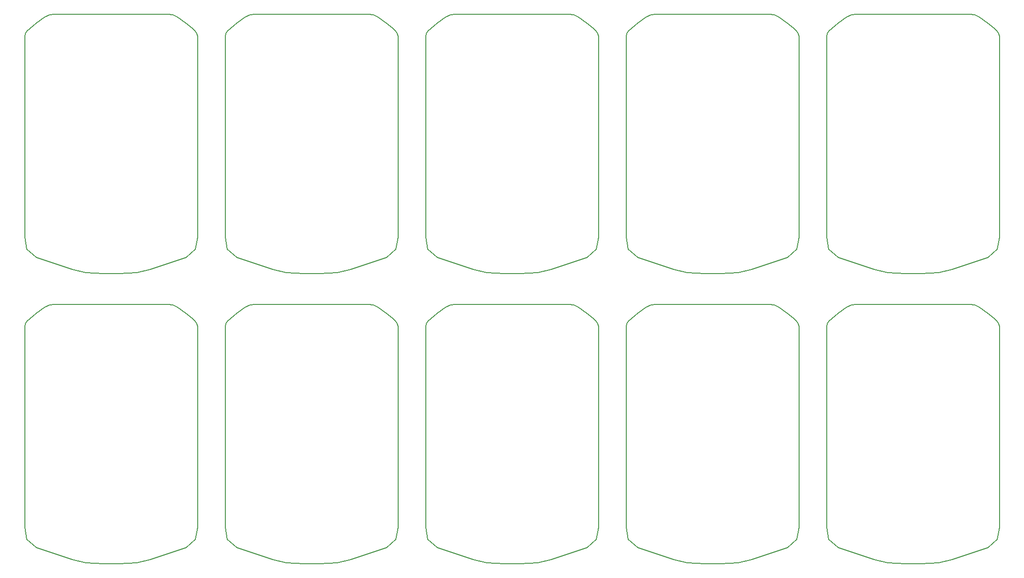
<source format=gm1>
G04 #@! TF.FileFunction,Profile,NP*
%FSLAX46Y46*%
G04 Gerber Fmt 4.6, Leading zero omitted, Abs format (unit mm)*
G04 Created by KiCad (PCBNEW 4.0.6) date Fri Nov 17 13:30:40 2017*
%MOMM*%
%LPD*%
G01*
G04 APERTURE LIST*
%ADD10C,0.100000*%
%ADD11C,0.150000*%
G04 APERTURE END LIST*
D10*
D11*
X74803000Y-88341200D02*
X77597000Y-88341200D01*
X92075000Y-81661000D02*
X91694000Y-83820000D01*
X91694000Y-83820000D02*
X89941400Y-85344000D01*
X89941400Y-85344000D02*
X83362800Y-87579200D01*
X83362800Y-87579200D02*
X80899000Y-88188800D01*
X80899000Y-88188800D02*
X77597000Y-88341200D01*
X71501000Y-88188800D02*
X74803000Y-88341200D01*
X69037200Y-87579200D02*
X71501000Y-88188800D01*
X62458600Y-85344000D02*
X69037200Y-87579200D01*
X60706000Y-83820000D02*
X62458600Y-85344000D01*
X60325000Y-81661000D02*
X60706000Y-83820000D01*
X60325000Y-44704000D02*
X60325000Y-81661000D01*
X92075000Y-44704000D02*
X92075000Y-81661000D01*
X86614000Y-40640000D02*
X65786000Y-40640000D01*
X92075000Y-44704000D02*
X91948000Y-44196000D01*
X91948000Y-44196000D02*
X91694000Y-43815000D01*
X91694000Y-43815000D02*
X91059000Y-43180000D01*
X91059000Y-43180000D02*
X89916000Y-42291000D01*
X89916000Y-42291000D02*
X88392000Y-41148000D01*
X88392000Y-41148000D02*
X87503000Y-40767000D01*
X87503000Y-40767000D02*
X86614000Y-40640000D01*
X64897000Y-40767000D02*
X65786000Y-40640000D01*
X64008000Y-41148000D02*
X64897000Y-40767000D01*
X62484000Y-42291000D02*
X64008000Y-41148000D01*
X61341000Y-43180000D02*
X62484000Y-42291000D01*
X60706000Y-43815000D02*
X61341000Y-43180000D01*
X60452000Y-44196000D02*
X60706000Y-43815000D01*
X60325000Y-44704000D02*
X60452000Y-44196000D01*
X111633000Y-88341200D02*
X114427000Y-88341200D01*
X128905000Y-81661000D02*
X128524000Y-83820000D01*
X128524000Y-83820000D02*
X126771400Y-85344000D01*
X126771400Y-85344000D02*
X120192800Y-87579200D01*
X120192800Y-87579200D02*
X117729000Y-88188800D01*
X117729000Y-88188800D02*
X114427000Y-88341200D01*
X108331000Y-88188800D02*
X111633000Y-88341200D01*
X105867200Y-87579200D02*
X108331000Y-88188800D01*
X99288600Y-85344000D02*
X105867200Y-87579200D01*
X97536000Y-83820000D02*
X99288600Y-85344000D01*
X97155000Y-81661000D02*
X97536000Y-83820000D01*
X97155000Y-44704000D02*
X97155000Y-81661000D01*
X128905000Y-44704000D02*
X128905000Y-81661000D01*
X123444000Y-40640000D02*
X102616000Y-40640000D01*
X128905000Y-44704000D02*
X128778000Y-44196000D01*
X128778000Y-44196000D02*
X128524000Y-43815000D01*
X128524000Y-43815000D02*
X127889000Y-43180000D01*
X127889000Y-43180000D02*
X126746000Y-42291000D01*
X126746000Y-42291000D02*
X125222000Y-41148000D01*
X125222000Y-41148000D02*
X124333000Y-40767000D01*
X124333000Y-40767000D02*
X123444000Y-40640000D01*
X101727000Y-40767000D02*
X102616000Y-40640000D01*
X100838000Y-41148000D02*
X101727000Y-40767000D01*
X99314000Y-42291000D02*
X100838000Y-41148000D01*
X98171000Y-43180000D02*
X99314000Y-42291000D01*
X97536000Y-43815000D02*
X98171000Y-43180000D01*
X97282000Y-44196000D02*
X97536000Y-43815000D01*
X97155000Y-44704000D02*
X97282000Y-44196000D01*
X148463000Y-88341200D02*
X151257000Y-88341200D01*
X165735000Y-81661000D02*
X165354000Y-83820000D01*
X165354000Y-83820000D02*
X163601400Y-85344000D01*
X163601400Y-85344000D02*
X157022800Y-87579200D01*
X157022800Y-87579200D02*
X154559000Y-88188800D01*
X154559000Y-88188800D02*
X151257000Y-88341200D01*
X145161000Y-88188800D02*
X148463000Y-88341200D01*
X142697200Y-87579200D02*
X145161000Y-88188800D01*
X136118600Y-85344000D02*
X142697200Y-87579200D01*
X134366000Y-83820000D02*
X136118600Y-85344000D01*
X133985000Y-81661000D02*
X134366000Y-83820000D01*
X133985000Y-44704000D02*
X133985000Y-81661000D01*
X165735000Y-44704000D02*
X165735000Y-81661000D01*
X160274000Y-40640000D02*
X139446000Y-40640000D01*
X165735000Y-44704000D02*
X165608000Y-44196000D01*
X165608000Y-44196000D02*
X165354000Y-43815000D01*
X165354000Y-43815000D02*
X164719000Y-43180000D01*
X164719000Y-43180000D02*
X163576000Y-42291000D01*
X163576000Y-42291000D02*
X162052000Y-41148000D01*
X162052000Y-41148000D02*
X161163000Y-40767000D01*
X161163000Y-40767000D02*
X160274000Y-40640000D01*
X138557000Y-40767000D02*
X139446000Y-40640000D01*
X137668000Y-41148000D02*
X138557000Y-40767000D01*
X136144000Y-42291000D02*
X137668000Y-41148000D01*
X135001000Y-43180000D02*
X136144000Y-42291000D01*
X134366000Y-43815000D02*
X135001000Y-43180000D01*
X134112000Y-44196000D02*
X134366000Y-43815000D01*
X133985000Y-44704000D02*
X134112000Y-44196000D01*
X185293000Y-88341200D02*
X188087000Y-88341200D01*
X202565000Y-81661000D02*
X202184000Y-83820000D01*
X202184000Y-83820000D02*
X200431400Y-85344000D01*
X200431400Y-85344000D02*
X193852800Y-87579200D01*
X193852800Y-87579200D02*
X191389000Y-88188800D01*
X191389000Y-88188800D02*
X188087000Y-88341200D01*
X181991000Y-88188800D02*
X185293000Y-88341200D01*
X179527200Y-87579200D02*
X181991000Y-88188800D01*
X172948600Y-85344000D02*
X179527200Y-87579200D01*
X171196000Y-83820000D02*
X172948600Y-85344000D01*
X170815000Y-81661000D02*
X171196000Y-83820000D01*
X170815000Y-44704000D02*
X170815000Y-81661000D01*
X202565000Y-44704000D02*
X202565000Y-81661000D01*
X197104000Y-40640000D02*
X176276000Y-40640000D01*
X202565000Y-44704000D02*
X202438000Y-44196000D01*
X202438000Y-44196000D02*
X202184000Y-43815000D01*
X202184000Y-43815000D02*
X201549000Y-43180000D01*
X201549000Y-43180000D02*
X200406000Y-42291000D01*
X200406000Y-42291000D02*
X198882000Y-41148000D01*
X198882000Y-41148000D02*
X197993000Y-40767000D01*
X197993000Y-40767000D02*
X197104000Y-40640000D01*
X175387000Y-40767000D02*
X176276000Y-40640000D01*
X174498000Y-41148000D02*
X175387000Y-40767000D01*
X172974000Y-42291000D02*
X174498000Y-41148000D01*
X171831000Y-43180000D02*
X172974000Y-42291000D01*
X171196000Y-43815000D02*
X171831000Y-43180000D01*
X170942000Y-44196000D02*
X171196000Y-43815000D01*
X170815000Y-44704000D02*
X170942000Y-44196000D01*
X222123000Y-88341200D02*
X224917000Y-88341200D01*
X239395000Y-81661000D02*
X239014000Y-83820000D01*
X239014000Y-83820000D02*
X237261400Y-85344000D01*
X237261400Y-85344000D02*
X230682800Y-87579200D01*
X230682800Y-87579200D02*
X228219000Y-88188800D01*
X228219000Y-88188800D02*
X224917000Y-88341200D01*
X218821000Y-88188800D02*
X222123000Y-88341200D01*
X216357200Y-87579200D02*
X218821000Y-88188800D01*
X209778600Y-85344000D02*
X216357200Y-87579200D01*
X208026000Y-83820000D02*
X209778600Y-85344000D01*
X207645000Y-81661000D02*
X208026000Y-83820000D01*
X207645000Y-44704000D02*
X207645000Y-81661000D01*
X239395000Y-44704000D02*
X239395000Y-81661000D01*
X233934000Y-40640000D02*
X213106000Y-40640000D01*
X239395000Y-44704000D02*
X239268000Y-44196000D01*
X239268000Y-44196000D02*
X239014000Y-43815000D01*
X239014000Y-43815000D02*
X238379000Y-43180000D01*
X238379000Y-43180000D02*
X237236000Y-42291000D01*
X237236000Y-42291000D02*
X235712000Y-41148000D01*
X235712000Y-41148000D02*
X234823000Y-40767000D01*
X234823000Y-40767000D02*
X233934000Y-40640000D01*
X212217000Y-40767000D02*
X213106000Y-40640000D01*
X211328000Y-41148000D02*
X212217000Y-40767000D01*
X209804000Y-42291000D02*
X211328000Y-41148000D01*
X208661000Y-43180000D02*
X209804000Y-42291000D01*
X208026000Y-43815000D02*
X208661000Y-43180000D01*
X207772000Y-44196000D02*
X208026000Y-43815000D01*
X207645000Y-44704000D02*
X207772000Y-44196000D01*
X74803000Y-141681200D02*
X77597000Y-141681200D01*
X92075000Y-135001000D02*
X91694000Y-137160000D01*
X91694000Y-137160000D02*
X89941400Y-138684000D01*
X89941400Y-138684000D02*
X83362800Y-140919200D01*
X83362800Y-140919200D02*
X80899000Y-141528800D01*
X80899000Y-141528800D02*
X77597000Y-141681200D01*
X71501000Y-141528800D02*
X74803000Y-141681200D01*
X69037200Y-140919200D02*
X71501000Y-141528800D01*
X62458600Y-138684000D02*
X69037200Y-140919200D01*
X60706000Y-137160000D02*
X62458600Y-138684000D01*
X60325000Y-135001000D02*
X60706000Y-137160000D01*
X60325000Y-98044000D02*
X60325000Y-135001000D01*
X92075000Y-98044000D02*
X92075000Y-135001000D01*
X86614000Y-93980000D02*
X65786000Y-93980000D01*
X92075000Y-98044000D02*
X91948000Y-97536000D01*
X91948000Y-97536000D02*
X91694000Y-97155000D01*
X91694000Y-97155000D02*
X91059000Y-96520000D01*
X91059000Y-96520000D02*
X89916000Y-95631000D01*
X89916000Y-95631000D02*
X88392000Y-94488000D01*
X88392000Y-94488000D02*
X87503000Y-94107000D01*
X87503000Y-94107000D02*
X86614000Y-93980000D01*
X64897000Y-94107000D02*
X65786000Y-93980000D01*
X64008000Y-94488000D02*
X64897000Y-94107000D01*
X62484000Y-95631000D02*
X64008000Y-94488000D01*
X61341000Y-96520000D02*
X62484000Y-95631000D01*
X60706000Y-97155000D02*
X61341000Y-96520000D01*
X60452000Y-97536000D02*
X60706000Y-97155000D01*
X60325000Y-98044000D02*
X60452000Y-97536000D01*
X111633000Y-141681200D02*
X114427000Y-141681200D01*
X128905000Y-135001000D02*
X128524000Y-137160000D01*
X128524000Y-137160000D02*
X126771400Y-138684000D01*
X126771400Y-138684000D02*
X120192800Y-140919200D01*
X120192800Y-140919200D02*
X117729000Y-141528800D01*
X117729000Y-141528800D02*
X114427000Y-141681200D01*
X108331000Y-141528800D02*
X111633000Y-141681200D01*
X105867200Y-140919200D02*
X108331000Y-141528800D01*
X99288600Y-138684000D02*
X105867200Y-140919200D01*
X97536000Y-137160000D02*
X99288600Y-138684000D01*
X97155000Y-135001000D02*
X97536000Y-137160000D01*
X97155000Y-98044000D02*
X97155000Y-135001000D01*
X128905000Y-98044000D02*
X128905000Y-135001000D01*
X123444000Y-93980000D02*
X102616000Y-93980000D01*
X128905000Y-98044000D02*
X128778000Y-97536000D01*
X128778000Y-97536000D02*
X128524000Y-97155000D01*
X128524000Y-97155000D02*
X127889000Y-96520000D01*
X127889000Y-96520000D02*
X126746000Y-95631000D01*
X126746000Y-95631000D02*
X125222000Y-94488000D01*
X125222000Y-94488000D02*
X124333000Y-94107000D01*
X124333000Y-94107000D02*
X123444000Y-93980000D01*
X101727000Y-94107000D02*
X102616000Y-93980000D01*
X100838000Y-94488000D02*
X101727000Y-94107000D01*
X99314000Y-95631000D02*
X100838000Y-94488000D01*
X98171000Y-96520000D02*
X99314000Y-95631000D01*
X97536000Y-97155000D02*
X98171000Y-96520000D01*
X97282000Y-97536000D02*
X97536000Y-97155000D01*
X97155000Y-98044000D02*
X97282000Y-97536000D01*
X148463000Y-141681200D02*
X151257000Y-141681200D01*
X165735000Y-135001000D02*
X165354000Y-137160000D01*
X165354000Y-137160000D02*
X163601400Y-138684000D01*
X163601400Y-138684000D02*
X157022800Y-140919200D01*
X157022800Y-140919200D02*
X154559000Y-141528800D01*
X154559000Y-141528800D02*
X151257000Y-141681200D01*
X145161000Y-141528800D02*
X148463000Y-141681200D01*
X142697200Y-140919200D02*
X145161000Y-141528800D01*
X136118600Y-138684000D02*
X142697200Y-140919200D01*
X134366000Y-137160000D02*
X136118600Y-138684000D01*
X133985000Y-135001000D02*
X134366000Y-137160000D01*
X133985000Y-98044000D02*
X133985000Y-135001000D01*
X165735000Y-98044000D02*
X165735000Y-135001000D01*
X160274000Y-93980000D02*
X139446000Y-93980000D01*
X165735000Y-98044000D02*
X165608000Y-97536000D01*
X165608000Y-97536000D02*
X165354000Y-97155000D01*
X165354000Y-97155000D02*
X164719000Y-96520000D01*
X164719000Y-96520000D02*
X163576000Y-95631000D01*
X163576000Y-95631000D02*
X162052000Y-94488000D01*
X162052000Y-94488000D02*
X161163000Y-94107000D01*
X161163000Y-94107000D02*
X160274000Y-93980000D01*
X138557000Y-94107000D02*
X139446000Y-93980000D01*
X137668000Y-94488000D02*
X138557000Y-94107000D01*
X136144000Y-95631000D02*
X137668000Y-94488000D01*
X135001000Y-96520000D02*
X136144000Y-95631000D01*
X134366000Y-97155000D02*
X135001000Y-96520000D01*
X134112000Y-97536000D02*
X134366000Y-97155000D01*
X133985000Y-98044000D02*
X134112000Y-97536000D01*
X185293000Y-141681200D02*
X188087000Y-141681200D01*
X202565000Y-135001000D02*
X202184000Y-137160000D01*
X202184000Y-137160000D02*
X200431400Y-138684000D01*
X200431400Y-138684000D02*
X193852800Y-140919200D01*
X193852800Y-140919200D02*
X191389000Y-141528800D01*
X191389000Y-141528800D02*
X188087000Y-141681200D01*
X181991000Y-141528800D02*
X185293000Y-141681200D01*
X179527200Y-140919200D02*
X181991000Y-141528800D01*
X172948600Y-138684000D02*
X179527200Y-140919200D01*
X171196000Y-137160000D02*
X172948600Y-138684000D01*
X170815000Y-135001000D02*
X171196000Y-137160000D01*
X170815000Y-98044000D02*
X170815000Y-135001000D01*
X202565000Y-98044000D02*
X202565000Y-135001000D01*
X197104000Y-93980000D02*
X176276000Y-93980000D01*
X202565000Y-98044000D02*
X202438000Y-97536000D01*
X202438000Y-97536000D02*
X202184000Y-97155000D01*
X202184000Y-97155000D02*
X201549000Y-96520000D01*
X201549000Y-96520000D02*
X200406000Y-95631000D01*
X200406000Y-95631000D02*
X198882000Y-94488000D01*
X198882000Y-94488000D02*
X197993000Y-94107000D01*
X197993000Y-94107000D02*
X197104000Y-93980000D01*
X175387000Y-94107000D02*
X176276000Y-93980000D01*
X174498000Y-94488000D02*
X175387000Y-94107000D01*
X172974000Y-95631000D02*
X174498000Y-94488000D01*
X171831000Y-96520000D02*
X172974000Y-95631000D01*
X171196000Y-97155000D02*
X171831000Y-96520000D01*
X170942000Y-97536000D02*
X171196000Y-97155000D01*
X170815000Y-98044000D02*
X170942000Y-97536000D01*
X222123000Y-141681200D02*
X224917000Y-141681200D01*
X239395000Y-135001000D02*
X239014000Y-137160000D01*
X239014000Y-137160000D02*
X237261400Y-138684000D01*
X237261400Y-138684000D02*
X230682800Y-140919200D01*
X230682800Y-140919200D02*
X228219000Y-141528800D01*
X228219000Y-141528800D02*
X224917000Y-141681200D01*
X218821000Y-141528800D02*
X222123000Y-141681200D01*
X216357200Y-140919200D02*
X218821000Y-141528800D01*
X209778600Y-138684000D02*
X216357200Y-140919200D01*
X208026000Y-137160000D02*
X209778600Y-138684000D01*
X207645000Y-135001000D02*
X208026000Y-137160000D01*
X207645000Y-98044000D02*
X207645000Y-135001000D01*
X239395000Y-98044000D02*
X239395000Y-135001000D01*
X233934000Y-93980000D02*
X213106000Y-93980000D01*
X239395000Y-98044000D02*
X239268000Y-97536000D01*
X239268000Y-97536000D02*
X239014000Y-97155000D01*
X239014000Y-97155000D02*
X238379000Y-96520000D01*
X238379000Y-96520000D02*
X237236000Y-95631000D01*
X237236000Y-95631000D02*
X235712000Y-94488000D01*
X235712000Y-94488000D02*
X234823000Y-94107000D01*
X234823000Y-94107000D02*
X233934000Y-93980000D01*
X212217000Y-94107000D02*
X213106000Y-93980000D01*
X211328000Y-94488000D02*
X212217000Y-94107000D01*
X209804000Y-95631000D02*
X211328000Y-94488000D01*
X208661000Y-96520000D02*
X209804000Y-95631000D01*
X208026000Y-97155000D02*
X208661000Y-96520000D01*
X207772000Y-97536000D02*
X208026000Y-97155000D01*
X207645000Y-98044000D02*
X207772000Y-97536000D01*
M02*

</source>
